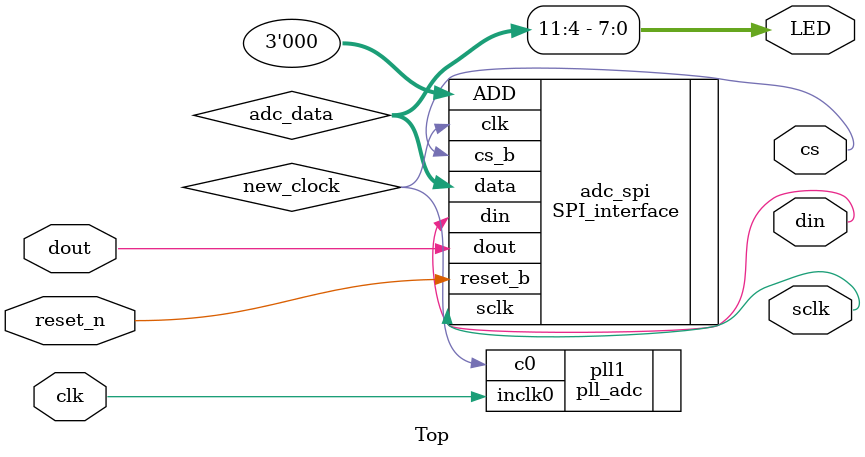
<source format=sv>
`default_nettype none

/*
  Top Module for guitar pedal
    Instantiates all of the internal modules and connects them together
 */

module Top
(
  input  logic        clk, reset_n,
  input  logic        dout,
  output logic        cs, din, sclk,
  output logic  [7:0] LED

  // TODO: figure out interface signals
);

logic new_clock;
pll_adc pll1 (.inclk0(clk), .c0(new_clock));

logic [11:0] adc_data, adc_data_reg;
SPI_interface adc_spi
  (.clk(new_clock),
   .reset_b(reset_n), .dout(dout),
   .ADD(3'd0),
   .din(din), .sclk(sclk), .cs_b(cs),
   .data(adc_data));

  logic [31:0] adc_sampler;
  always_ff @(posedge clk, negedge reset_n) begin
        if (~reset_n)
        adc_sampler <= 32'd0;
      else if (adc_sampler > 32'd10000002)
        adc_sampler <= 32'd0;
      else
        adc_sampler <= adc_sampler + 32'd1;
  end

  always_ff @(posedge clk, negedge reset_n) begin
        if (~reset_n)
            adc_data_reg <= 11'b0;
      else if (adc_sampler == 32'd10000000)
        adc_data_reg <= adc_data;
  end

  assign LED = adc_data[11:4];
  // genvar i;
  // generate
  //   for (i = 0; i < 8; i++) begin: JASSSSOOOOONNNNN
  //       if (i == 7)
  //         assign LED[7] = new_clock;
  //       else
  //         assign LED[i] = adc_data_reg > (12'b10 << i);
  //   end
  // endgenerate

endmodule: Top
</source>
